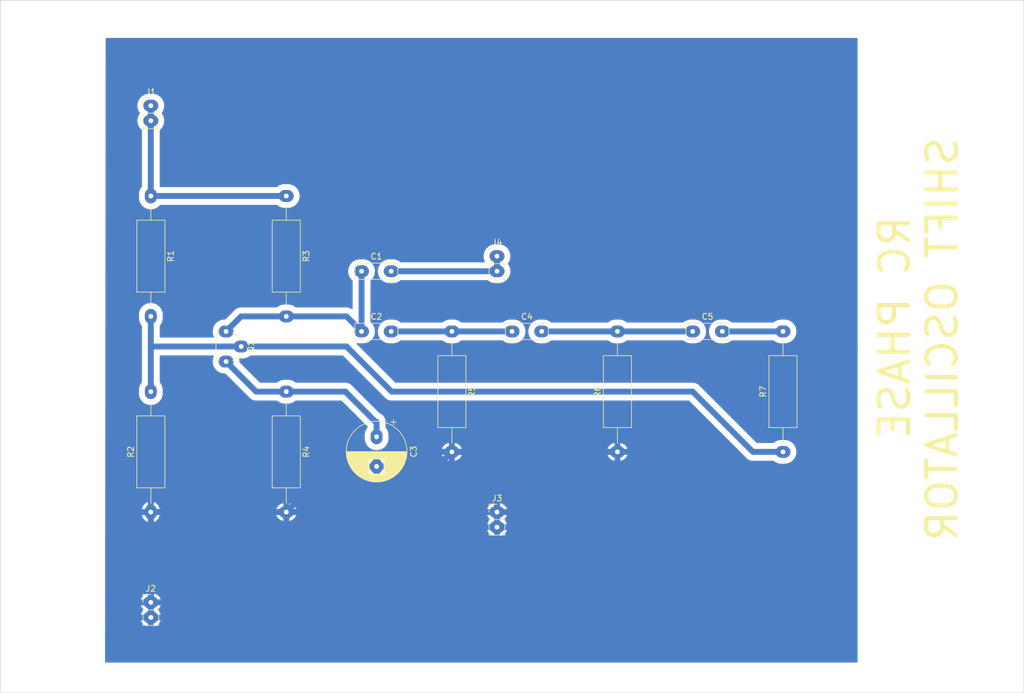
<source format=kicad_pcb>
(kicad_pcb (version 20211014) (generator pcbnew)
  (layers (0 "F.Cu" signal) (31 "B.Cu" signal) (34 "B.Paste" user) (35 "F.Paste" user) (36 "B.SilkS" user "B.Silkscreen") (37 "F.SilkS" user "F.Silkscreen") (38 "B.Mask" user) (39 "F.Mask" user) (44 "Edge.Cuts" user))
  (net 0 "")
  (net 1 "Net-(J1-Pad1)")
  (net 2 "GND")
  (net 3 "Net-(C1-Pad2)")
  (net 4 "Net-(C3-Pad1)")
  (net 5 "Net-(C1-Pad1)")
  (net 6 "Net-(C2-Pad2)")
  (net 7 "Net-(C4-Pad2)")
  (net 8 "Net-(C5-Pad2)")
  (net 9 "Net-(Q1-Pad2)")
  (footprint "Capacitor_THT:CP_Radial_D10.0mm_P5.00mm" (layer "F.Cu") (at 137.16 109.22 -90)
    (fp_text reference "C3" (at 2.5 -6.25 -90) (layer "F.SilkS"))
    (fp_text value "C")
    (fp_line (start 4.341 -4.738) (end 4.341 -1.241) (layer "F.SilkS") (width 0.12))
    (fp_line (start 5.541 -4.08) (end 5.541 -1.241) (layer "F.SilkS") (width 0.12))
    (fp_line (start 7.101 -2.209) (end 7.101 2.209) (layer "F.SilkS") (width 0.12))
    (fp_line (start 6.661 -2.945) (end 6.661 2.945) (layer "F.SilkS") (width 0.12))
    (fp_line (start 7.541 -0.862) (end 7.541 0.862) (layer "F.SilkS") (width 0.12))
    (fp_line (start 7.381 -1.51) (end 7.381 1.51) (layer "F.SilkS") (width 0.12))
    (fp_line (start 3.581 -4.965) (end 3.581 4.965) (layer "F.SilkS") (width 0.12))
    (fp_line (start 7.061 -2.289) (end 7.061 2.289) (layer "F.SilkS") (width 0.12))
    (fp_line (start 4.021 -4.85) (end 4.021 -1.241) (layer "F.SilkS") (width 0.12))
    (fp_line (start 6.061 -3.64) (end 6.061 -1.241) (layer "F.SilkS") (width 0.12))
    (fp_line (start 5.501 -4.11) (end 5.501 -1.241) (layer "F.SilkS") (width 0.12))
    (fp_line (start 6.861 -2.645) (end 6.861 2.645) (layer "F.SilkS") (width 0.12))
    (fp_line (start 4.421 1.241) (end 4.421 4.707) (layer "F.SilkS") (width 0.12))
    (fp_line (start 5.741 -3.925) (end 5.741 -1.241) (layer "F.SilkS") (width 0.12))
    (fp_line (start 5.501 1.241) (end 5.501 4.11) (layer "F.SilkS") (width 0.12))
    (fp_line (start 5.701 1.241) (end 5.701 3.957) (layer "F.SilkS") (width 0.12))
    (fp_line (start 4.661 1.241) (end 4.661 4.603) (layer "F.SilkS") (width 0.12))
    (fp_line (start 7.421 -1.378) (end 7.421 1.378) (layer "F.SilkS") (width 0.12))
    (fp_line (start 5.781 -3.892) (end 5.781 -1.241) (layer "F.SilkS") (width 0.12))
    (fp_line (start 2.58 -5.08) (end 2.58 5.08) (layer "F.SilkS") (width 0.12))
    (fp_line (start 6.981 -2.439) (end 6.981 2.439) (layer "F.SilkS") (width 0.12))
    (fp_line (start 6.701 -2.889) (end 6.701 2.889) (layer "F.SilkS") (width 0.12))
    (fp_line (start 4.461 -4.69) (end 4.461 -1.241) (layer "F.SilkS") (width 0.12))
    (fp_line (start 3.501 -4.982) (end 3.501 4.982) (layer "F.SilkS") (width 0.12))
    (fp_line (start 6.021 1.241) (end 6.021 3.679) (layer "F.SilkS") (width 0.12))
    (fp_line (start 4.461 1.241) (end 4.461 4.69) (layer "F.SilkS") (width 0.12))
    (fp_line (start 3.941 1.241) (end 3.941 4.874) (layer "F.SilkS") (width 0.12))
    (fp_line (start 6.421 -3.254) (end 6.421 3.254) (layer "F.SilkS") (width 0.12))
    (fp_line (start 4.261 -4.768) (end 4.261 -1.241) (layer "F.SilkS") (width 0.12))
    (fp_line (start 6.221 -3.478) (end 6.221 -1.241) (layer "F.SilkS") (width 0.12))
    (fp_line (start 4.901 -4.483) (end 4.901 -1.241) (layer "F.SilkS") (width 0.12))
    (fp_line (start 2.54 -5.08) (end 2.54 5.08) (layer "F.SilkS") (width 0.12))
    (fp_line (start 5.461 1.241) (end 5.461 4.138) (layer "F.SilkS") (width 0.12))
    (fp_line (start 6.181 1.241) (end 6.181 3.52) (layer "F.SilkS") (width 0.12))
    (fp_line (start 3.901 -4.885) (end 3.901 -1.241) (layer "F.SilkS") (width 0.12))
    (fp_line (start 4.261 1.241) (end 4.261 4.768) (layer "F.SilkS") (width 0.12))
    (fp_line (start 4.861 1.241) (end 4.861 4.504) (layer "F.SilkS") (width 0.12))
    (fp_line (start 5.621 -4.02) (end 5.621 -1.241) (layer "F.SilkS") (width 0.12))
    (fp_line (start 5.061 1.241) (end 5.061 4.395) (layer "F.SilkS") (width 0.12))
    (fp_line (start 7.261 -1.846) (end 7.261 1.846) (layer "F.SilkS") (width 0.12))
    (fp_line (start 4.421 -4.707) (end 4.421 -1.241) (layer "F.SilkS") (width 0.12))
    (fp_line (start 4.341 1.241) (end 4.341 4.738) (layer "F.SilkS") (width 0.12))
    (fp_line (start 5.221 -4.298) (end 5.221 -1.241) (layer "F.SilkS") (width 0.12))
    (fp_line (start 5.341 -4.221) (end 5.341 -1.241) (layer "F.SilkS") (width 0.12))
    (fp_line (start 3.821 1.241) (end 3.821 4.907) (layer "F.SilkS") (width 0.12))
    (fp_line (start 4.741 -4.564) (end 4.741 -1.241) (layer "F.SilkS") (width 0.12))
    (fp_line (start 4.501 -4.674) (end 4.501 -1.241) (layer "F.SilkS") (width 0.12))
    (fp_line (start 5.821 1.241) (end 5.821 3.858) (layer "F.SilkS") (width 0.12))
    (fp_line (start 3.981 1.241) (end 3.981 4.862) (layer "F.SilkS") (width 0.12))
    (fp_line (start 5.461 -4.138) (end 5.461 -1.241) (layer "F.SilkS") (width 0.12))
    (fp_line (start 5.701 -3.957) (end 5.701 -1.241) (layer "F.SilkS") (width 0.12))
    (fp_line (start 4.581 -4.639) (end 4.581 -1.241) (layer "F.SilkS") (width 0.12))
    (fp_line (start 3.861 1.241) (end 3.861 4.897) (layer "F.SilkS") (width 0.12))
    (fp_line (start 5.021 -4.417) (end 5.021 -1.241) (layer "F.SilkS") (width 0.12))
    (fp_line (start 5.581 -4.05) (end 5.581 -1.241) (layer "F.SilkS") (width 0.12))
    (fp_line (start 3.901 1.241) (end 3.901 4.885) (layer "F.SilkS") (width 0.12))
    (fp_line (start 2.74 -5.075) (end 2.74 5.075) (layer "F.SilkS") (width 0.12))
    (fp_line (start 3.661 -4.947) (end 3.661 4.947) (layer "F.SilkS") (width 0.12))
    (fp_line (start 5.301 -4.247) (end 5.301 -1.241) (layer "F.SilkS") (width 0.12))
    (fp_line (start 4.781 1.241) (end 4.781 4.545) (layer "F.SilkS") (width 0.12))
    (fp_line (start 5.861 1.241) (end 5.861 3.824) (layer "F.SilkS") (width 0.12))
    (fp_line (start 4.221 -4.783) (end 4.221 -1.241) (layer "F.SilkS") (width 0.12))
    (fp_line (start 6.741 -2.83) (end 6.741 2.83) (layer "F.SilkS") (width 0.12))
    (fp_line (start 5.941 -3.753) (end 5.941 -1.241) (layer "F.SilkS") (width 0.12))
    (fp_line (start 4.181 1.241) (end 4.181 4.797) (layer "F.SilkS") (width 0.12))
    (fp_line (start 7.341 -1.63) (end 7.341 1.63) (layer "F.SilkS") (width 0.12))
    (fp_line (start 7.581 -0.599) (end 7.581 0.599) (layer "F.SilkS") (width 0.12))
    (fp_line (start 6.941 -2.51) (end 6.941 2.51) (layer "F.SilkS") (width 0.12))
    (fp_line (start 4.301 1.241) (end 4.301 4.754) (layer "F.SilkS") (width 0.12))
    (fp_line (start 5.301 1.241) (end 5.301 4.247) (layer "F.SilkS") (width 0.12))
    (fp_line (start 4.501 1.241) (end 4.501 4.674) (layer "F.SilkS") (width 0.12))
    (fp_line (start 4.661 -4.603) (end 4.661 -1.241) (layer "F.SilkS") (width 0.12))
    (fp_line (start 5.221 1.241) (end 5.221 4.298) (layer "F.SilkS") (width 0.12))
    (fp_line (start 2.7 -5.077) (end 2.7 5.077) (layer "F.SilkS") (width 0.12))
    (fp_line (start 5.341 1.241) (end 5.341 4.221) (layer "F.SilkS") (width 0.12))
    (fp_line (start 7.021 -2.365) (end 7.021 2.365) (layer "F.SilkS") (width 0.12))
    (fp_line (start 3.301 -5.018) (end 3.301 5.018) (layer "F.SilkS") (width 0.12))
    (fp_line (start 4.821 1.241) (end 4.821 4.525) (layer "F.SilkS") (width 0.12))
    (fp_line (start 2.98 -5.058) (end 2.98 5.058) (layer "F.SilkS") (width 0.12))
    (fp_line (start 5.261 1.241) (end 5.261 4.273) (layer "F.SilkS") (width 0.12))
    (fp_line (start 5.381 -4.194) (end 5.381 -1.241) (layer "F.SilkS") (width 0.12))
    (fp_line (start 5.181 -4.323) (end 5.181 -1.241) (layer "F.SilkS") (width 0.12))
    (fp_line (start 4.061 1.241) (end 4.061 4.837) (layer "F.SilkS") (width 0.12))
    (fp_line (start 4.541 -4.657) (end 4.541 -1.241) (layer "F.SilkS") (width 0.12))
    (fp_line (start 5.661 -3.989) (end 5.661 -1.241) (layer "F.SilkS") (width 0.12))
    (fp_line (start 5.621 1.241) (end 5.621 4.02) (layer "F.SilkS") (width 0.12))
    (fp_line (start 3.741 -4.928) (end 3.741 4.928) (layer "F.SilkS") (width 0.12))
    (fp_line (start 4.941 1.241) (end 4.941 4.462) (layer "F.SilkS") (width 0.12))
    (fp_line (start 7.501 -1.062) (end 7.501 1.062) (layer "F.SilkS") (width 0.12))
    (fp_line (start 2.5 -5.08) (end 2.5 5.08) (layer "F.SilkS") (width 0.12))
    (fp_line (start 5.981 -3.716) (end 5.981 -1.241) (layer "F.SilkS") (width 0.12))
    (fp_line (start 4.701 1.241) (end 4.701 4.584) (layer "F.SilkS") (width 0.12))
    (fp_line (start 3.261 -5.024) (end 3.261 5.024) (layer "F.SilkS") (width 0.12))
    (fp_line (start 4.141 -4.811) (end 4.141 -1.241) (layer "F.SilkS") (width 0.12))
    (fp_line (start 4.861 -4.504) (end 4.861 -1.241) (layer "F.SilkS") (width 0.12))
    (fp_line (start 6.141 1.241) (end 6.141 3.561) (layer "F.SilkS") (width 0.12))
    (fp_line (start 3.941 -4.874) (end 3.941 -1.241) (layer "F.SilkS") (width 0.12))
    (fp_line (start 6.781 -2.77) (end 6.781 2.77) (layer "F.SilkS") (width 0.12))
    (fp_line (start 4.981 1.241) (end 4.981 4.44) (layer "F.SilkS") (width 0.12))
    (fp_line (start 3.981 -4.862) (end 3.981 -1.241) (layer "F.SilkS") (width 0.12))
    (fp_line (start 5.941 1.241) (end 5.941 3.753) (layer "F.SilkS") (width 0.12))
    (fp_line (start 3.421 -4.997) (end 3.421 4.997) (layer "F.SilkS") (width 0.12))
    (fp_line (start 6.181 -3.52) (end 6.181 -1.241) (layer "F.SilkS") (width 0.12))
    (fp_line (start 3.18 -5.035) (end 3.18 5.035) (layer "F.SilkS") (width 0.12))
    (fp_line (start 4.101 -4.824) (end 4.101 -1.241) (layer "F.SilkS") (width 0.12))
    (fp_line (start 4.621 1.241) (end 4.621 4.621) (layer "F.SilkS") (width 0.12))
    (fp_line (start 4.181 -4.797) (end 4.181 -1.241) (layer "F.SilkS") (width 0.12))
    (fp_line (start 5.581 1.241) (end 5.581 4.05) (layer "F.SilkS") (width 0.12))
    (fp_line (start 5.061 -4.395) (end 5.061 -1.241) (layer "F.SilkS") (width 0.12))
    (fp_line (start 4.741 1.241) (end 4.741 4.564) (layer "F.SilkS") (width 0.12))
    (fp_line (start 7.221 -1.944) (end 7.221 1.944) (layer "F.SilkS") (width 0.12))
    (fp_line (start 2.86 -5.068) (end 2.86 5.068) (layer "F.SilkS") (width 0.12))
    (fp_line (start 4.541 1.241) (end 4.541 4.657) (layer "F.SilkS") (width 0.12))
    (fp_line (start 3.541 -4.974) (end 3.541 4.974) (layer "F.SilkS") (width 0.12))
    (fp_line (start 4.781 -4.545) (end 4.781 -1.241) (layer "F.SilkS") (width 0.12))
    (fp_line (start 6.901 -2.579) (end 6.901 2.579) (layer "F.SilkS") (width 0.12))
    (fp_line (start 4.381 -4.723) (end 4.381 -1.241) (layer "F.SilkS") (width 0.12))
    (fp_line (start 3.781 -4.918) (end 3.781 -1.241) (layer "F.SilkS") (width 0.12))
    (fp_line (start 5.141 -4.347) (end 5.141 -1.241) (layer "F.SilkS") (width 0.12))
    (fp_line (start 5.821 -3.858) (end 5.821 -1.241) (layer "F.SilkS") (width 0.12))
    (fp_line (start 3.1 -5.045) (end 3.1 5.045) (layer "F.SilkS") (width 0.12))
    (fp_line (start 4.101 1.241) (end 4.101 4.824) (layer "F.SilkS") (width 0.12))
    (fp_line (start 4.061 -4.837) (end 4.061 -1.241) (layer "F.SilkS") (width 0.12))
    (fp_line (start 5.861 -3.824) (end 5.861 -1.241) (layer "F.SilkS") (width 0.12))
    (fp_line (start 3.341 -5.011) (end 3.341 5.011) (layer "F.SilkS") (width 0.12))
    (fp_line (start 6.461 -3.206) (end 6.461 3.206) (layer "F.SilkS") (width 0.12))
    (fp_line (start 3.821 -4.907) (end 3.821 -1.241) (layer "F.SilkS") (width 0.12))
    (fp_line (start 5.741 1.241) (end 5.741 3.925) (layer "F.SilkS") (width 0.12))
    (fp_line (start 4.141 1.241) (end 4.141 4.811) (layer "F.SilkS") (width 0.12))
    (fp_line (start 5.101 1.241) (end 5.101 4.371) (layer "F.SilkS") (width 0.12))
    (fp_line (start 5.101 -4.371) (end 5.101 -1.241) (layer "F.SilkS") (width 0.12))
    (fp_line (start 6.381 -3.301) (end 6.381 3.301) (layer "F.SilkS") (width 0.12))
    (fp_line (start 4.221 1.241) (end 4.221 4.783) (layer "F.SilkS") (width 0.12))
    (fp_line (start 3.14 -5.04) (end 3.14 5.04) (layer "F.SilkS") (width 0.12))
    (fp_line (start 5.141 1.241) (end 5.141 4.347) (layer "F.SilkS") (width 0.12))
    (fp_line (start 5.781 1.241) (end 5.781 3.892) (layer "F.SilkS") (width 0.12))
    (fp_line (start 5.661 1.241) (end 5.661 3.989) (layer "F.SilkS") (width 0.12))
    (fp_line (start 6.501 -3.156) (end 6.501 3.156) (layer "F.SilkS") (width 0.12))
    (fp_line (start 3.02 -5.054) (end 3.02 5.054) (layer "F.SilkS") (width 0.12))
    (fp_line (start 2.78 -5.073) (end 2.78 5.073) (layer "F.SilkS") (width 0.12))
    (fp_line (start 5.181 1.241) (end 5.181 4.323) (layer "F.SilkS") (width 0.12))
    (fp_line (start -2.479646 -3.375) (end -2.479646 -2.375) (layer "F.SilkS") (width 0.12))
    (fp_line (start 5.421 1.241) (end 5.421 4.166) (layer "F.SilkS") (width 0.12))
    (fp_line (start 2.94 -5.062) (end 2.94 5.062) (layer "F.SilkS") (width 0.12))
    (fp_line (start 3.221 -5.03) (end 3.221 5.03) (layer "F.SilkS") (width 0.12))
    (fp_line (start 6.061 1.241) (end 6.061 3.64) (layer "F.SilkS") (width 0.12))
    (fp_line (start 4.981 -4.44) (end 4.981 -1.241) (layer "F.SilkS") (width 0.12))
    (fp_line (start 5.021 1.241) (end 5.021 4.417) (layer "F.SilkS") (width 0.12))
    (fp_line (start 3.461 -4.99) (end 3.461 4.99) (layer "F.SilkS") (width 0.12))
    (fp_line (start 4.581 1.241) (end 4.581 4.639) (layer "F.SilkS") (width 0.12))
    (fp_line (start 3.861 -4.897) (end 3.861 -1.241) (layer "F.SilkS") (width 0.12))
    (fp_line (start 4.021 1.241) (end 4.021 4.85) (layer "F.SilkS") (width 0.12))
    (fp_line (start 6.341 -3.347) (end 6.341 3.347) (layer "F.SilkS") (width 0.12))
    (fp_line (start 3.381 -5.004) (end 3.381 5.004) (layer "F.SilkS") (width 0.12))
    (fp_line (start 4.301 -4.754) (end 4.301 -1.241) (layer "F.SilkS") (width 0.12))
    (fp_line (start 5.421 -4.166) (end 5.421 -1.241) (layer "F.SilkS") (width 0.12))
    (fp_line (start 7.461 -1.23) (end 7.461 1.23) (layer "F.SilkS") (width 0.12))
    (fp_line (start 6.821 -2.709) (end 6.821 2.709) (layer "F.SilkS") (width 0.12))
    (fp_line (start 6.581 -3.054) (end 6.581 3.054) (layer "F.SilkS") (width 0.12))
    (fp_line (start 6.541 -3.106) (end 6.541 3.106) (layer "F.SilkS") (width 0.12))
    (fp_line (start 5.901 1.241) (end 5.901 3.789) (layer "F.SilkS") (width 0.12))
    (fp_line (start 7.141 -2.125) (end 7.141 2.125) (layer "F.SilkS") (width 0.12))
    (fp_line (start 4.941 -4.462) (end 4.941 -1.241) (layer "F.SilkS") (width 0.12))
    (fp_line (start 5.981 1.241) (end 5.981 3.716) (layer "F.SilkS") (width 0.12))
    (fp_line (start 6.221 1.241) (end 6.221 3.478) (layer "F.SilkS") (width 0.12))
    (fp_line (start 6.141 -3.561) (end 6.141 -1.241) (layer "F.SilkS") (width 0.12))
    (fp_line (start 6.621 -3) (end 6.621 3) (layer "F.SilkS") (width 0.12))
    (fp_line (start 3.701 -4.938) (end 3.701 4.938) (layer "F.SilkS") (width 0.12))
    (fp_line (start 5.901 -3.789) (end 5.901 -1.241) (layer "F.SilkS") (width 0.12))
    (fp_line (start 4.701 -4.584) (end 4.701 -1.241) (layer "F.SilkS") (width 0.12))
    (fp_line (start 7.181 -2.037) (end 7.181 2.037) (layer "F.SilkS") (width 0.12))
    (fp_line (start 4.381 1.241) (end 4.381 4.723) (layer "F.SilkS") (width 0.12))
    (fp_line (start 6.301 -3.392) (end 6.301 3.392) (layer "F.SilkS") (width 0.12))
    (fp_line (start 4.901 1.241) (end 4.901 4.483) (layer "F.SilkS") (width 0.12))
    (fp_line (start 6.261 -3.436) (end 6.261 3.436) (layer "F.SilkS") (width 0.12))
    (fp_line (start 2.66 -5.078) (end 2.66 5.078) (layer "F.SilkS") (width 0.12))
    (fp_line (start 4.821 -4.525) (end 4.821 -1.241) (layer "F.SilkS") (width 0.12))
    (fp_line (start 2.62 -5.079) (end 2.62 5.079) (layer "F.SilkS") (width 0.12))
    (fp_line (start 5.261 -4.273) (end 5.261 -1.241) (layer "F.SilkS") (width 0.12))
    (fp_line (start 3.621 -4.956) (end 3.621 4.956) (layer "F.SilkS") (width 0.12))
    (fp_line (start -2.979646 -2.875) (end -1.979646 -2.875) (layer "F.SilkS") (width 0.12))
    (fp_line (start 4.621 -4.621) (end 4.621 -1.241) (layer "F.SilkS") (width 0.12))
    (fp_line (start 7.301 -1.742) (end 7.301 1.742) (layer "F.SilkS") (width 0.12))
    (fp_line (start 2.9 -5.065) (end 2.9 5.065) (layer "F.SilkS") (width 0.12))
    (fp_line (start 2.82 -5.07) (end 2.82 5.07) (layer "F.SilkS") (width 0.12))
    (fp_line (start 6.101 -3.601) (end 6.101 -1.241) (layer "F.SilkS") (width 0.12))
    (fp_line (start 5.541 1.241) (end 5.541 4.08) (layer "F.SilkS") (width 0.12))
    (fp_line (start 3.06 -5.05) (end 3.06 5.05) (layer "F.SilkS") (width 0.12))
    (fp_line (start 6.101 1.241) (end 6.101 3.601) (layer "F.SilkS") (width 0.12))
    (fp_line (start 5.381 1.241) (end 5.381 4.194) (layer "F.SilkS") (width 0.12))
    (fp_line (start 6.021 -3.679) (end 6.021 -1.241) (layer "F.SilkS") (width 0.12))
    (fp_line (start 3.781 1.241) (end 3.781 4.918) (layer "F.SilkS") (width 0.12))
    (fp_circle (center 2.5 0) (end 7.62 0) (layer "F.SilkS") (width 0.12) (fill none))
    (pad "1" thru_hole oval (at 0 0 270) (size 2.5 2) (drill 0.8) (layers *.Cu *.Mask) (net 4 "Net-(C3-Pad1)"))
    (pad "2" thru_hole oval (at 5 0 270) (size 2.5 2) (drill 0.8) (layers *.Cu *.Mask) (net 2 "GND"))
  )
  (footprint "Connector_PinHeader_2.54mm:PinHeader_1x02_P2.54mm_Vertical" (layer "F.Cu") (at 157.48 78.74)
    (fp_text reference "J4" (at 0 -2.33) (layer "F.SilkS"))
    (fp_text value "Conn_01x02_Male")
    (fp_line (start -1.33 1.27) (end 1.33 1.27) (layer "F.SilkS") (width 0.12))
    (fp_line (start 1.33 1.27) (end 1.33 3.87) (layer "F.SilkS") (width 0.12))
    (fp_line (start -1.33 -1.33) (end 0 -1.33) (layer "F.SilkS") (width 0.12))
    (fp_line (start -1.33 3.87) (end 1.33 3.87) (layer "F.SilkS") (width 0.12))
    (fp_line (start -1.33 0) (end -1.33 -1.33) (layer "F.SilkS") (width 0.12))
    (fp_line (start -1.33 1.27) (end -1.33 3.87) (layer "F.SilkS") (width 0.12))
    (pad "1" thru_hole oval (at 0 0) (size 2.5 2) (drill 0.8) (layers *.Cu *.Mask) (net 3 "Net-(C1-Pad2)"))
    (pad "2" thru_hole oval (at 0 2.54) (size 2.5 2) (drill 0.8) (layers *.Cu *.Mask) (net 3 "Net-(C1-Pad2)"))
  )
  (footprint "Resistor_THT:R_Axial_DIN0414_L11.9mm_D4.5mm_P20.32mm_Horizontal" (layer "F.Cu") (at 177.8 111.76 90)
    (fp_text reference "R6" (at 10.16 -3.37 90) (layer "F.SilkS"))
    (fp_text value "R_US")
    (fp_line (start 18.88 0) (end 16.23 0) (layer "F.SilkS") (width 0.12))
    (fp_line (start 16.23 -2.37) (end 4.09 -2.37) (layer "F.SilkS") (width 0.12))
    (fp_line (start 4.09 -2.37) (end 4.09 2.37) (layer "F.SilkS") (width 0.12))
    (fp_line (start 1.44 0) (end 4.09 0) (layer "F.SilkS") (width 0.12))
    (fp_line (start 4.09 2.37) (end 16.23 2.37) (layer "F.SilkS") (width 0.12))
    (fp_line (start 16.23 2.37) (end 16.23 -2.37) (layer "F.SilkS") (width 0.12))
    (pad "1" thru_hole oval (at 0 0 90) (size 2 2.5) (drill 0.8) (layers *.Cu *.Mask) (net 2 "GND"))
    (pad "2" thru_hole oval (at 20.32 0 90) (size 2 2.5) (drill 0.8) (layers *.Cu *.Mask) (net 7 "Net-(C4-Pad2)"))
  )
  (footprint "Connector_PinHeader_2.54mm:PinHeader_1x02_P2.54mm_Vertical" (layer "F.Cu") (at 99.06 137.16)
    (fp_text reference "J2" (at 0 -2.33) (layer "F.SilkS"))
    (fp_text value "Conn_01x02_Male")
    (fp_line (start -1.33 3.87) (end 1.33 3.87) (layer "F.SilkS") (width 0.12))
    (fp_line (start -1.33 0) (end -1.33 -1.33) (layer "F.SilkS") (width 0.12))
    (fp_line (start -1.33 1.27) (end 1.33 1.27) (layer "F.SilkS") (width 0.12))
    (fp_line (start -1.33 -1.33) (end 0 -1.33) (layer "F.SilkS") (width 0.12))
    (fp_line (start -1.33 1.27) (end -1.33 3.87) (layer "F.SilkS") (width 0.12))
    (fp_line (start 1.33 1.27) (end 1.33 3.87) (layer "F.SilkS") (width 0.12))
    (pad "1" thru_hole oval (at 0 0) (size 2.5 2) (drill 0.8) (layers *.Cu *.Mask) (net 2 "GND"))
    (pad "2" thru_hole oval (at 0 2.54) (size 2.5 2) (drill 0.8) (layers *.Cu *.Mask) (net 2 "GND"))
  )
  (footprint "Connector_PinHeader_2.54mm:PinHeader_1x02_P2.54mm_Vertical" (layer "F.Cu") (at 99.06 53.34)
    (fp_text reference "J1" (at 0 -2.33) (layer "F.SilkS"))
    (fp_text value "Conn_01x02_Male")
    (fp_line (start -1.33 3.87) (end 1.33 3.87) (layer "F.SilkS") (width 0.12))
    (fp_line (start -1.33 1.27) (end -1.33 3.87) (layer "F.SilkS") (width 0.12))
    (fp_line (start -1.33 -1.33) (end 0 -1.33) (layer "F.SilkS") (width 0.12))
    (fp_line (start 1.33 1.27) (end 1.33 3.87) (layer "F.SilkS") (width 0.12))
    (fp_line (start -1.33 0) (end -1.33 -1.33) (layer "F.SilkS") (width 0.12))
    (fp_line (start -1.33 1.27) (end 1.33 1.27) (layer "F.SilkS") (width 0.12))
    (pad "1" thru_hole oval (at 0 0) (size 2.5 2) (drill 0.8) (layers *.Cu *.Mask) (net 1 "Net-(J1-Pad1)"))
    (pad "2" thru_hole oval (at 0 2.54) (size 2.5 2) (drill 0.8) (layers *.Cu *.Mask) (net 1 "Net-(J1-Pad1)"))
  )
  (footprint "Resistor_THT:R_Axial_DIN0414_L11.9mm_D4.5mm_P20.32mm_Horizontal" (layer "F.Cu") (at 205.74 111.76 90)
    (fp_text reference "R7" (at 10.16 -3.37 90) (layer "F.SilkS"))
    (fp_text value "R_US")
    (fp_line (start 16.23 -2.37) (end 4.09 -2.37) (layer "F.SilkS") (width 0.12))
    (fp_line (start 4.09 2.37) (end 16.23 2.37) (layer "F.SilkS") (width 0.12))
    (fp_line (start 18.88 0) (end 16.23 0) (layer "F.SilkS") (width 0.12))
    (fp_line (start 16.23 2.37) (end 16.23 -2.37) (layer "F.SilkS") (width 0.12))
    (fp_line (start 1.44 0) (end 4.09 0) (layer "F.SilkS") (width 0.12))
    (fp_line (start 4.09 -2.37) (end 4.09 2.37) (layer "F.SilkS") (width 0.12))
    (pad "1" thru_hole oval (at 0 0 90) (size 2 2.5) (drill 0.8) (layers *.Cu *.Mask) (net 9 "Net-(Q1-Pad2)"))
    (pad "2" thru_hole oval (at 20.32 0 90) (size 2 2.5) (drill 0.8) (layers *.Cu *.Mask) (net 8 "Net-(C5-Pad2)"))
  )
  (footprint "Capacitor_THT:C_Disc_D7.0mm_W2.5mm_P5.00mm" (layer "F.Cu") (at 134.62 81.28)
    (fp_text reference "C1" (at 2.5 -2.5) (layer "F.SilkS"))
    (fp_text value "C")
    (fp_line (start -1.12 1.37) (end 6.12 1.37) (layer "F.SilkS") (width 0.12))
    (fp_line (start 6.12 -1.37) (end 6.12 1.37) (layer "F.SilkS") (width 0.12))
    (fp_line (start -1.12 -1.37) (end -1.12 1.37) (layer "F.SilkS") (width 0.12))
    (fp_line (start -1.12 -1.37) (end 6.12 -1.37) (layer "F.SilkS") (width 0.12))
    (pad "1" thru_hole oval (at 0 0) (size 2.5 2) (drill 0.8) (layers *.Cu *.Mask) (net 5 "Net-(C1-Pad1)"))
    (pad "2" thru_hole oval (at 5 0) (size 2.5 2) (drill 0.8) (layers *.Cu *.Mask) (net 3 "Net-(C1-Pad2)"))
  )
  (footprint "Capacitor_THT:C_Disc_D7.0mm_W2.5mm_P5.00mm" (layer "F.Cu") (at 160.02 91.44)
    (fp_text reference "C4" (at 2.5 -2.5) (layer "F.SilkS"))
    (fp_text value "C")
    (fp_line (start -1.12 -1.37) (end -1.12 1.37) (layer "F.SilkS") (width 0.12))
    (fp_line (start 6.12 -1.37) (end 6.12 1.37) (layer "F.SilkS") (width 0.12))
    (fp_line (start -1.12 1.37) (end 6.12 1.37) (layer "F.SilkS") (width 0.12))
    (fp_line (start -1.12 -1.37) (end 6.12 -1.37) (layer "F.SilkS") (width 0.12))
    (pad "1" thru_hole oval (at 0 0) (size 2.5 2) (drill 0.8) (layers *.Cu *.Mask) (net 6 "Net-(C2-Pad2)"))
    (pad "2" thru_hole oval (at 5 0) (size 2.5 2) (drill 0.8) (layers *.Cu *.Mask) (net 7 "Net-(C4-Pad2)"))
  )
  (footprint "Resistor_THT:R_Axial_DIN0414_L11.9mm_D4.5mm_P20.32mm_Horizontal" (layer "F.Cu") (at 99.06 68.58 -90)
    (fp_text reference "R1" (at 10.16 -3.37 90) (layer "F.SilkS"))
    (fp_text value "R_US")
    (fp_line (start 4.09 -2.37) (end 4.09 2.37) (layer "F.SilkS") (width 0.12))
    (fp_line (start 16.23 2.37) (end 16.23 -2.37) (layer "F.SilkS") (width 0.12))
    (fp_line (start 1.44 0) (end 4.09 0) (layer "F.SilkS") (width 0.12))
    (fp_line (start 16.23 -2.37) (end 4.09 -2.37) (layer "F.SilkS") (width 0.12))
    (fp_line (start 4.09 2.37) (end 16.23 2.37) (layer "F.SilkS") (width 0.12))
    (fp_line (start 18.88 0) (end 16.23 0) (layer "F.SilkS") (width 0.12))
    (pad "1" thru_hole oval (at 0 0 270) (size 2.5 2) (drill 0.8) (layers *.Cu *.Mask) (net 1 "Net-(J1-Pad1)"))
    (pad "2" thru_hole oval (at 20.32 0 270) (size 2.5 2) (drill 0.8) (layers *.Cu *.Mask) (net 9 "Net-(Q1-Pad2)"))
  )
  (footprint "Package_TO_SOT_THT:TO-92L_Wide" (layer "F.Cu") (at 111.76 91.44 -90)
    (fp_text reference "Q1" (at 2.55 -4.15 90) (layer "F.SilkS"))
    (fp_text value "BC547")
    (fp_line (start 0.6 1.7) (end 4.45 1.7) (layer "F.SilkS") (width 0.12))
    (fp_arc (start 0.6 1.7) (mid 0.389183 1.423933) (end 0.217369 1.122045) (layer "F.SilkS") (width 0.12))
    (fp_arc (start 3.6 -2.35) (mid 4.351408 -1.834367) (end 4.876463 -1.089513) (layer "F.SilkS") (width 0.12))
    (fp_arc (start 0.192226 -1.094786) (mid 0.710119 -1.833613) (end 1.45 -2.35) (layer "F.SilkS") (width 0.12))
    (fp_arc (start 4.842383 1.112264) (mid 4.666594 1.419753) (end 4.45 1.7) (layer "F.SilkS") (width 0.12))
    (pad "1" thru_hole oval (at 0 0 270) (size 2 2.5) (drill 0.8) (layers *.Cu *.Mask) (net 5 "Net-(C1-Pad1)"))
    (pad "2" thru_hole oval (at 2.54 -2.54 270) (size 2 2.5) (drill 0.8) (layers *.Cu *.Mask) (net 9 "Net-(Q1-Pad2)"))
    (pad "3" thru_hole oval (at 5.08 0 270) (size 2 2.5) (drill 0.8) (layers *.Cu *.Mask) (net 4 "Net-(C3-Pad1)"))
  )
  (footprint "Resistor_THT:R_Axial_DIN0414_L11.9mm_D4.5mm_P20.32mm_Horizontal" (layer "F.Cu") (at 121.92 101.6 -90)
    (fp_text reference "R4" (at 10.16 -3.37 90) (layer "F.SilkS"))
    (fp_text value "R_US")
    (fp_line (start 4.09 2.37) (end 16.23 2.37) (layer "F.SilkS") (width 0.12))
    (fp_line (start 18.88 0) (end 16.23 0) (layer "F.SilkS") (width 0.12))
    (fp_line (start 1.44 0) (end 4.09 0) (layer "F.SilkS") (width 0.12))
    (fp_line (start 16.23 -2.37) (end 4.09 -2.37) (layer "F.SilkS") (width 0.12))
    (fp_line (start 4.09 -2.37) (end 4.09 2.37) (layer "F.SilkS") (width 0.12))
    (fp_line (start 16.23 2.37) (end 16.23 -2.37) (layer "F.SilkS") (width 0.12))
    (pad "1" thru_hole oval (at 0 0 270) (size 2 2.5) (drill 0.8) (layers *.Cu *.Mask) (net 4 "Net-(C3-Pad1)"))
    (pad "2" thru_hole oval (at 20.32 0 270) (size 2 2.5) (drill 0.8) (layers *.Cu *.Mask) (net 2 "GND"))
  )
  (footprint "Resistor_THT:R_Axial_DIN0414_L11.9mm_D4.5mm_P20.32mm_Horizontal" (layer "F.Cu") (at 149.86 91.44 -90)
    (fp_text reference "R5" (at 10.16 -3.37 90) (layer "F.SilkS"))
    (fp_text value "R_US")
    (fp_line (start 4.09 -2.37) (end 4.09 2.37) (layer "F.SilkS") (width 0.12))
    (fp_line (start 16.23 -2.37) (end 4.09 -2.37) (layer "F.SilkS") (width 0.12))
    (fp_line (start 16.23 2.37) (end 16.23 -2.37) (layer "F.SilkS") (width 0.12))
    (fp_line (start 4.09 2.37) (end 16.23 2.37) (layer "F.SilkS") (width 0.12))
    (fp_line (start 1.44 0) (end 4.09 0) (layer "F.SilkS") (width 0.12))
    (fp_line (start 18.88 0) (end 16.23 0) (layer "F.SilkS") (width 0.12))
    (pad "1" thru_hole oval (at 0 0 270) (size 2 2.5) (drill 0.8) (layers *.Cu *.Mask) (net 6 "Net-(C2-Pad2)"))
    (pad "2" thru_hole oval (at 20.32 0 270) (size 2 2.5) (drill 0.8) (layers *.Cu *.Mask) (net 2 "GND"))
  )
  (footprint "Resistor_THT:R_Axial_DIN0414_L11.9mm_D4.5mm_P20.32mm_Horizontal" (layer "F.Cu") (at 99.06 121.92 90)
    (fp_text reference "R2" (at 10.16 -3.37 90) (layer "F.SilkS"))
    (fp_text value "R_US")
    (fp_line (start 16.23 -2.37) (end 4.09 -2.37) (layer "F.SilkS") (width 0.12))
    (fp_line (start 1.44 0) (end 4.09 0) (layer "F.SilkS") (width 0.12))
    (fp_line (start 4.09 2.37) (end 16.23 2.37) (layer "F.SilkS") (width 0.12))
    (fp_line (start 18.88 0) (end 16.23 0) (layer "F.SilkS") (width 0.12))
    (fp_line (start 16.23 2.37) (end 16.23 -2.37) (layer "F.SilkS") (width 0.12))
    (fp_line (start 4.09 -2.37) (end 4.09 2.37) (layer "F.SilkS") (width 0.12))
    (pad "1" thru_hole oval (at 0 0 90) (size 2.5 2) (drill 0.8) (layers *.Cu *.Mask) (net 2 "GND"))
    (pad "2" thru_hole oval (at 20.32 0 90) (size 2.5 2) (drill 0.8) (layers *.Cu *.Mask) (net 9 "Net-(Q1-Pad2)"))
  )
  (footprint "Capacitor_THT:C_Disc_D7.0mm_W2.5mm_P5.00mm" (layer "F.Cu") (at 190.5 91.44)
    (fp_text reference "C5" (at 2.5 -2.5) (layer "F.SilkS"))
    (fp_text value "C")
    (fp_line (start -1.12 1.37) (end 6.12 1.37) (layer "F.SilkS") (width 0.12))
    (fp_line (start -1.12 -1.37) (end -1.12 1.37) (layer "F.SilkS") (width 0.12))
    (fp_line (start -1.12 -1.37) (end 6.12 -1.37) (layer "F.SilkS") (width 0.12))
    (fp_line (start 6.12 -1.37) (end 6.12 1.37) (layer "F.SilkS") (width 0.12))
    (pad "1" thru_hole oval (at 0 0) (size 2.5 2) (drill 0.8) (layers *.Cu *.Mask) (net 7 "Net-(C4-Pad2)"))
    (pad "2" thru_hole oval (at 5 0) (size 2.5 2) (drill 0.8) (layers *.Cu *.Mask) (net 8 "Net-(C5-Pad2)"))
  )
  (footprint "Resistor_THT:R_Axial_DIN0414_L11.9mm_D4.5mm_P20.32mm_Horizontal" (layer "F.Cu") (at 121.92 68.58 -90)
    (fp_text reference "R3" (at 10.16 -3.37 90) (layer "F.SilkS"))
    (fp_text value "R_US")
    (fp_line (start 1.44 0) (end 4.09 0) (layer "F.SilkS") (width 0.12))
    (fp_line (start 4.09 2.37) (end 16.23 2.37) (layer "F.SilkS") (width 0.12))
    (fp_line (start 16.23 2.37) (end 16.23 -2.37) (layer "F.SilkS") (width 0.12))
    (fp_line (start 18.88 0) (end 16.23 0) (layer "F.SilkS") (width 0.12))
    (fp_line (start 16.23 -2.37) (end 4.09 -2.37) (layer "F.SilkS") (width 0.12))
    (fp_line (start 4.09 -2.37) (end 4.09 2.37) (layer "F.SilkS") (width 0.12))
    (pad "1" thru_hole oval (at 0 0 270) (size 2 2.5) (drill 0.8) (layers *.Cu *.Mask) (net 1 "Net-(J1-Pad1)"))
    (pad "2" thru_hole oval (at 20.32 0 270) (size 2 2.5) (drill 0.8) (layers *.Cu *.Mask) (net 5 "Net-(C1-Pad1)"))
  )
  (footprint "Capacitor_THT:C_Disc_D7.0mm_W2.5mm_P5.00mm" (layer "F.Cu") (at 134.62 91.44)
    (fp_text reference "C2" (at 2.5 -2.5) (layer "F.SilkS"))
    (fp_text value "C")
    (fp_line (start -1.12 1.37) (end 6.12 1.37) (layer "F.SilkS") (width 0.12))
    (fp_line (start -1.12 -1.37) (end 6.12 -1.37) (layer "F.SilkS") (width 0.12))
    (fp_line (start -1.12 -1.37) (end -1.12 1.37) (layer "F.SilkS") (width 0.12))
    (fp_line (start 6.12 -1.37) (end 6.12 1.37) (layer "F.SilkS") (width 0.12))
    (pad "1" thru_hole oval (at 0 0) (size 2.5 2) (drill 0.8) (layers *.Cu *.Mask) (net 5 "Net-(C1-Pad1)"))
    (pad "2" thru_hole oval (at 5 0) (size 2.5 2) (drill 0.8) (layers *.Cu *.Mask) (net 6 "Net-(C2-Pad2)"))
  )
  (footprint "Connector_PinHeader_2.54mm:PinHeader_1x02_P2.54mm_Vertical" (layer "F.Cu") (at 157.48 121.92)
    (fp_text reference "J3" (at 0 -2.33) (layer "F.SilkS"))
    (fp_text value "Conn_01x02_Male")
    (fp_line (start -1.33 3.87) (end 1.33 3.87) (layer "F.SilkS") (width 0.12))
    (fp_line (start -1.33 -1.33) (end 0 -1.33) (layer "F.SilkS") (width 0.12))
    (fp_line (start -1.33 1.27) (end -1.33 3.87) (layer "F.SilkS") (width 0.12))
    (fp_line (start 1.33 1.27) (end 1.33 3.87) (layer "F.SilkS") (width 0.12))
    (fp_line (start -1.33 1.27) (end 1.33 1.27) (layer "F.SilkS") (width 0.12))
    (fp_line (start -1.33 0) (end -1.33 -1.33) (layer "F.SilkS") (width 0.12))
    (pad "1" thru_hole oval (at 0 0) (size 2.5 2) (drill 0.8) (layers *.Cu *.Mask) (net 2 "GND"))
    (pad "2" thru_hole oval (at 0 2.54) (size 2.5 2) (drill 0.8) (layers *.Cu *.Mask) (net 2 "GND"))
  )
  (gr_rect (start 73.66 35.56) (end 246.38 152.4) (layer "Edge.Cuts") (width 0.1) (fill none))
  (gr_text "RC PHASE \nSHIFT OSCILLATOR" (at 228.6 92.71 90) (layer "F.SilkS") (effects (font (size 5 5) (thickness 0.7)) (justify mirror)))
  (segment (start 99.06 55.88) (end 99.06 53.34) (width 1) (layer "B.Cu") (net 1))
  (segment (start 99.06 68.58) (end 99.06 55.88) (width 1) (layer "B.Cu") (net 1))
  (segment (start 99.06 68.58) (end 121.92 68.58) (width 1) (layer "B.Cu") (net 1))
  (segment (start 99.06 139.7) (end 99.06 137.16) (width 1) (layer "B.Cu") (net 2))
  (segment (start 99.06 121.92) (end 99.06 137.16) (width 1) (layer "B.Cu") (net 2))
  (segment (start 121.92 121.92) (end 157.48 121.92) (width 1) (layer "B.Cu") (net 2))
  (segment (start 121.92 121.92) (end 99.06 121.92) (width 1) (layer "B.Cu") (net 2))
  (segment (start 137.16 119.38) (end 142.24 119.38) (width 1) (layer "B.Cu") (net 2))
  (segment (start 137.16 114.22) (end 137.16 119.38) (width 1) (layer "B.Cu") (net 2))
  (segment (start 137.16 119.38) (end 124.46 119.38) (width 1) (layer "B.Cu") (net 2))
  (segment (start 177.8 111.76) (end 149.86 111.76) (width 1) (layer "B.Cu") (net 2))
  (segment (start 124.46 119.38) (end 121.92 121.92) (width 1) (layer "B.Cu") (net 2))
  (segment (start 142.24 119.38) (end 149.86 111.76) (width 1) (layer "B.Cu") (net 2))
  (segment (start 157.48 124.46) (end 157.48 121.92) (width 1) (layer "B.Cu") (net 2))
  (segment (start 139.62 81.28) (end 157.48 81.28) (width 1) (layer "B.Cu") (net 3))
  (segment (start 157.48 78.74) (end 157.48 81.28) (width 1) (layer "B.Cu") (net 3))
  (segment (start 121.92 101.6) (end 131.88 101.6) (width 1) (layer "B.Cu") (net 4))
  (segment (start 111.76 96.52) (end 116.84 101.6) (width 1) (layer "B.Cu") (net 4))
  (segment (start 131.88 101.6) (end 137.16 106.88) (width 1) (layer "B.Cu") (net 4))
  (segment (start 121.92 101.6) (end 116.84 101.6) (width 1) (layer "B.Cu") (net 4))
  (segment (start 137.16 106.68) (end 137.16 109.22) (width 1) (layer "B.Cu") (net 4))
  (segment (start 134.62 91.44) (end 134.62 81.28) (width 1) (layer "B.Cu") (net 5))
  (segment (start 114.3 88.9) (end 111.76 91.44) (width 1) (layer "B.Cu") (net 5))
  (segment (start 121.92 88.9) (end 132.08 88.9) (width 1) (layer "B.Cu") (net 5))
  (segment (start 121.92 88.9) (end 114.3 88.9) (width 1) (layer "B.Cu") (net 5))
  (segment (start 132.08 88.9) (end 134.62 91.44) (width 1) (layer "B.Cu") (net 5))
  (segment (start 139.62 91.44) (end 149.86 91.44) (width 1) (layer "B.Cu") (net 6))
  (segment (start 149.86 91.44) (end 160.02 91.44) (width 1) (layer "B.Cu") (net 6))
  (segment (start 177.8 91.44) (end 190.5 91.44) (width 1) (layer "B.Cu") (net 7))
  (segment (start 165.02 91.44) (end 177.8 91.44) (width 1) (layer "B.Cu") (net 7))
  (segment (start 205.74 91.44) (end 195.58 91.44) (width 1) (layer "B.Cu") (net 8))
  (segment (start 99.06 91.44) (end 99.06 93.98) (width 1) (layer "B.Cu") (net 9))
  (segment (start 200.66 111.76) (end 205.74 111.76) (width 1) (layer "B.Cu") (net 9))
  (segment (start 99.06 93.98) (end 114.3 93.98) (width 1) (layer "B.Cu") (net 9))
  (segment (start 139.7 101.6) (end 190.5 101.6) (width 1) (layer "B.Cu") (net 9))
  (segment (start 190.5 101.6) (end 200.66 111.76) (width 1) (layer "B.Cu") (net 9))
  (segment (start 132.08 93.98) (end 139.7 101.6) (width 1) (layer "B.Cu") (net 9))
  (segment (start 114.3 93.98) (end 132.08 93.98) (width 1) (layer "B.Cu") (net 9))
  (segment (start 99.06 88.9) (end 99.06 91.44) (width 1) (layer "B.Cu") (net 9))
  (segment (start 99.06 93.98) (end 99.06 101.6) (width 1) (layer "B.Cu") (net 9))
  (zone (net 2) (net_name "GND") (layer "B.Cu") (connect_pads (clearance 1)) (min_thickness 0.254) (fill yes (thermal_gap 0.508) (thermal_bridge_width 1))
    (polygon (pts (xy 218.333276 147.32) (xy 91.333276 147.32) (xy 91.44 41.91) (xy 218.333276 41.91)))
  )
)
</source>
